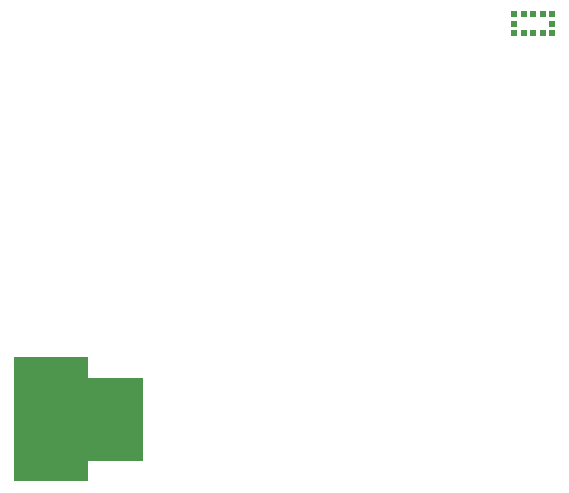
<source format=gbr>
%TF.GenerationSoftware,Altium Limited,Altium Designer,25.2.1 (25)*%
G04 Layer_Color=8421504*
%FSLAX43Y43*%
%MOMM*%
%TF.SameCoordinates,B664DB7D-B6DB-4AC9-9DB7-209C64ECDA10*%
%TF.FilePolarity,Positive*%
%TF.FileFunction,Paste,Top*%
%TF.Part,Single*%
G01*
G75*
%TA.AperFunction,BGAPad,CuDef*%
%ADD11R,0.500X0.500*%
G36*
X9014Y22000D02*
X13739D01*
Y15000D01*
X9014D01*
Y13250D01*
X2739D01*
Y23750D01*
X9014D01*
Y22000D01*
D02*
G37*
D11*
X45150Y52800D02*
D03*
X45950D02*
D03*
X46750D02*
D03*
X47550D02*
D03*
X48350D02*
D03*
Y52000D02*
D03*
Y51200D02*
D03*
X47550D02*
D03*
X46750D02*
D03*
X45950D02*
D03*
X45150D02*
D03*
Y52000D02*
D03*
%TF.MD5,93333e40a5dd2ad55e98043333e6900c*%
M02*

</source>
